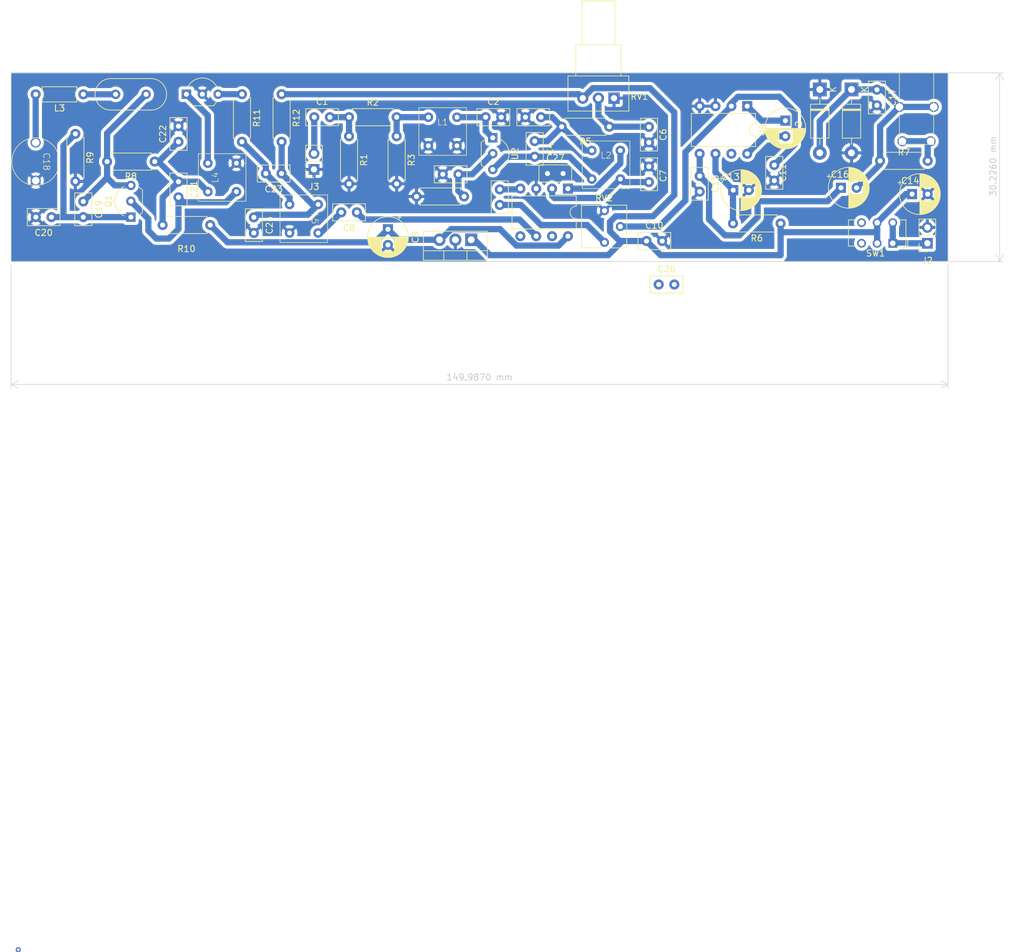
<source format=kicad_pcb>
(kicad_pcb (version 20221018) (generator pcbnew)
  (layers (0 "F.Cu" signal) (31 "B.Cu" signal) (34 "B.Paste" user) (35 "F.Paste" user) (36 "B.SilkS" user "B.Silkscreen") (37 "F.SilkS" user "F.Silkscreen") (38 "B.Mask" user) (39 "F.Mask" user) (44 "Edge.Cuts" user))
  (net 0 "")
  (net 1 "Net-(C1-Pad2)")
  (net 2 "Net-(U2-G)")
  (net 3 "GND")
  (net 4 "Net-(U2-S)")
  (net 5 "Net-(C4-Pad1)")
  (net 6 "Net-(U2-D)")
  (net 7 "Net-(C6-Pad1)")
  (net 8 "Net-(U1-IN_B)")
  (net 9 "Net-(U1-OSC_B)")
  (net 10 "Lo.")
  (net 11 "5v")
  (net 12 "Net-(U4--)")
  (net 13 "Net-(C12-Pad1)")
  (net 14 "Net-(C12-Pad2)")
  (net 15 "Net-(U4-V+)")
  (net 16 "9v")
  (net 17 "Net-(C15-Pad1)")
  (net 18 "Net-(D1-A)")
  (net 19 "Net-(C18-Pad1)")
  (net 20 "Net-(Q1-B)")
  (net 21 "Net-(Q1-E)")
  (net 22 "Net-(C21-Pad1)")
  (net 23 "Net-(Q1-C)")
  (net 24 "Net-(C23-Pad1)")
  (net 25 "Net-(C23-Pad2)")
  (net 26 "Net-(J1-Pad2)")
  (net 27 "Net-(L1-Pad2)")
  (net 28 "Net-(U1-IN_A)")
  (net 29 "Net-(L3-Pad1)")
  (net 30 "Net-(U5-G)")
  (net 31 "Net-(U5-D)")
  (net 32 "AF")
  (net 33 "Net-(U1-OUT_A)")
  (net 36 "Net-(J2-Pin_1)")
  (net 37 "Net-(J3-Pin_2)")
  (net 38 "Net-(U1-OUT_B)")
  (footprint "Capacitor_THT:C_Disc_D5.0mm_W2.5mm_P2.50mm" (layer "F.Cu") (at 133.096 51.542 90)
    (fp_text reference "C7" (at 0.996 2.286 90) (layer "F.SilkS"))
    (fp_text value "0.001u")
    (pad "1" thru_hole circle (at 0 0 90) (size 1.6 1.6) (drill 0.8) (layers "*.Cu" "*.Mask") (net 8 "Net-(U1-IN_B)"))
    (pad "2" thru_hole circle (at 2.5 0 90) (size 1.6 1.6) (drill 0.8) (layers "*.Cu" "*.Mask") (net 3 "GND"))
  )
  (footprint "Capacitor_THT:C_Disc_D5.0mm_W2.5mm_P2.50mm" (layer "F.Cu") (at 79.522 41.148)
    (fp_text reference "C1" (at 1.25 -2.5) (layer "F.SilkS"))
    (fp_text value "0.001u")
    (pad "1" thru_hole circle (at 0 0) (size 1.6 1.6) (drill 0.8) (layers "*.Cu" "*.Mask") (net 37 "Net-(J3-Pin_2)"))
    (pad "2" thru_hole circle (at 2.5 0) (size 1.6 1.6) (drill 0.8) (layers "*.Cu" "*.Mask") (net 1 "Net-(C1-Pad2)"))
  )
  (footprint "Library:FCZ" (layer "F.Cu") (at 63.5 50.8 90)
    (fp_text reference "L4" (at 0 0.175 90 unlocked) (layer "F.SilkS") (effects (font (thickness 0.1))))
    (fp_text value "07S50")
    (pad "1" thru_hole circle (at -2.286 3.556 90) (size 1.524 1.524) (drill 0.762) (layers "*.Cu" "*.Mask") (net 23 "Net-(Q1-C)"))
    (pad "2" thru_hole circle (at -2.286 -1.016 90) (size 1.524 1.524) (drill 0.762) (layers "*.Cu" "*.Mask") (net 22 "Net-(C21-Pad1)"))
    (pad "3" thru_hole circle (at 2.286 3.556 90) (size 1.524 1.524) (drill 0.762) (layers "*.Cu" "*.Mask") (net 3 "GND"))
    (pad "4" thru_hole circle (at 2.286 -1.016 90) (size 1.524 1.524) (drill 0.762) (layers "*.Cu" "*.Mask") (net 30 "Net-(U5-G)"))
  )
  (footprint "Library:FCZ" (layer "F.Cu") (at 79.121 57.404 -90)
    (fp_text reference "L5" (at 0 -0.484 -90 unlocked) (layer "F.SilkS") (effects (font (thickness 0.1))))
    (fp_text value "07S144")
    (pad "1" thru_hole circle (at -2.286 3.556 270) (size 1.524 1.524) (drill 0.762) (layers "*.Cu" "*.Mask") (net 25 "Net-(C23-Pad2)"))
    (pad "2" thru_hole circle (at -2.286 -1.016 270) (size 1.524 1.524) (drill 0.762) (layers "*.Cu" "*.Mask") (net 24 "Net-(C23-Pad1)"))
    (pad "3" thru_hole circle (at 2.286 3.556 270) (size 1.524 1.524) (drill 0.762) (layers "*.Cu" "*.Mask") (net 3 "GND"))
    (pad "4" thru_hole circle (at 2.286 -1.016 270) (size 1.524 1.524) (drill 0.762) (layers "*.Cu" "*.Mask") (net 10 "Lo."))
  )
  (footprint "Library:FCZ" (layer "F.Cu") (at 126.238 47.498)
    (fp_text reference "L2" (at 0 -0.23 unlocked) (layer "F.SilkS") (effects (font (thickness 0.1))))
    (fp_text value "07S144")
    (pad "1" thru_hole circle (at -2.286 3.556) (size 1.524 1.524) (drill 0.762) (layers "*.Cu" "*.Mask") (net 6 "Net-(U2-D)"))
    (pad "2" thru_hole circle (at -2.286 -1.016) (size 1.524 1.524) (drill 0.762) (layers "*.Cu" "*.Mask") (net 5 "Net-(C4-Pad1)"))
    (pad "3" thru_hole circle (at 2.286 3.556) (size 1.524 1.524) (drill 0.762) (layers "*.Cu" "*.Mask") (net 8 "Net-(U1-IN_B)"))
    (pad "4" thru_hole circle (at 2.286 -1.016) (size 1.524 1.524) (drill 0.762) (layers "*.Cu" "*.Mask") (net 28 "Net-(U1-IN_A)"))
  )
  (footprint "Diode_THT:D_DO-41_SOD81_P10.16mm_Horizontal" (layer "F.Cu") (at 160.448621 36.703 -90)
    (fp_text reference "D1" hide)
    (fp_text value "1S1588")
    (fp_text user "K" (at 0 -2.1 -270) (layer "F.SilkS"))
    (pad "1" thru_hole rect (at 0 0 270) (size 2.2 2.2) (drill 1.1) (layers "*.Cu" "*.Mask") (net 3 "GND"))
    (pad "2" thru_hole oval (at 10.16 0 270) (size 2.2 2.2) (drill 1.1) (layers "*.Cu" "*.Mask") (net 18 "Net-(D1-A)"))
  )
  (footprint "Resistor_THT:R_Axial_DIN0207_L6.3mm_D2.5mm_P7.62mm_Horizontal" (layer "F.Cu") (at 170.100621 48.133)
    (fp_text reference "R7" (at 3.81 -1.37) (layer "F.SilkS"))
    (fp_text value "R")
    (pad "1" thru_hole circle (at 0 0) (size 1.6 1.6) (drill 0.8) (layers "*.Cu" "*.Mask") (net 18 "Net-(D1-A)"))
    (pad "2" thru_hole oval (at 7.62 0) (size 1.6 1.6) (drill 0.8) (layers "*.Cu" "*.Mask") (net 26 "Net-(J1-Pad2)"))
  )
  (footprint "Resistor_THT:R_Axial_DIN0207_L6.3mm_D2.5mm_P7.62mm_Horizontal" (layer "F.Cu") (at 126.746 42.672 180)
    (fp_text reference "R5" (at 3.81 -2.37) (layer "F.SilkS"))
    (fp_text value "100")
    (pad "1" thru_hole circle (at 0 0 180) (size 1.6 1.6) (drill 0.8) (layers "*.Cu" "*.Mask") (net 7 "Net-(C6-Pad1)"))
    (pad "2" thru_hole oval (at 7.62 0 180) (size 1.6 1.6) (drill 0.8) (layers "*.Cu" "*.Mask") (net 5 "Net-(C4-Pad1)"))
  )
  (footprint "Resistor_THT:R_Axial_DIN0207_L6.3mm_D2.5mm_P7.62mm_Horizontal" (layer "F.Cu") (at 62.865 58.42 180)
    (fp_text reference "R10" (at 3.81 -3.81) (layer "F.SilkS"))
    (fp_text value "100")
    (pad "1" thru_hole circle (at 0 0 180) (size 1.6 1.6) (drill 0.8) (layers "*.Cu" "*.Mask") (net 11 "5v"))
    (pad "2" thru_hole oval (at 7.62 0 180) (size 1.6 1.6) (drill 0.8) (layers "*.Cu" "*.Mask") (net 22 "Net-(C21-Pad1)"))
  )
  (footprint "Potentiometer_THT:Potentiometer_Alps_RK09Y11_Single_Horizontal" (layer "F.Cu") (at 127.508 38.1 -90)
    (fp_text reference "RV1" (at -0.254 -4.064 -180) (layer "F.SilkS"))
    (fp_text value "5k")
    (pad "1" thru_hole rect (at 0 0 90) (size 1.8 1.8) (drill 1) (layers "*.Cu" "*.Mask") (net 3 "GND"))
    (pad "2" thru_hole circle (at 0 2.5 90) (size 1.8 1.8) (drill 1) (layers "*.Cu" "*.Mask") (net 7 "Net-(C6-Pad1)"))
    (pad "3" thru_hole circle (at 0 5 90) (size 1.8 1.8) (drill 1) (layers "*.Cu" "*.Mask") (net 16 "9v"))
  )
  (footprint "Library:FCZ" (layer "F.Cu") (at 100.076 42.164)
    (fp_text reference "L1" (at 0 -0.23 unlocked) (layer "F.SilkS") (effects (font (thickness 0.1))))
    (fp_text value "07S144")
    (pad "1" thru_hole circle (at -2.286 3.556) (size 1.524 1.524) (drill 0.762) (layers "*.Cu" "*.Mask") (net 3 "GND"))
    (pad "2" thru_hole circle (at -2.286 -1.016) (size 1.524 1.524) (drill 0.762) (layers "*.Cu" "*.Mask") (net 27 "Net-(L1-Pad2)"))
    (pad "3" thru_hole circle (at 2.286 3.556) (size 1.524 1.524) (drill 0.762) (layers "*.Cu" "*.Mask") (net 3 "GND"))
    (pad "4" thru_hole circle (at 2.286 -1.016) (size 1.524 1.524) (drill 0.762) (layers "*.Cu" "*.Mask") (net 2 "Net-(U2-G)"))
  )
  (footprint "Connector_PinSocket_2.54mm:PinSocket_1x02_P2.54mm_Vertical" (layer "F.Cu") (at 79.477 49.51 180)
    (fp_text reference "J3" (at 0 -2.77) (layer "F.SilkS"))
    (fp_text value "Conn_01x02_Socket" hide)
    (pad "1" thru_hole rect (at 0 0 180) (size 1.7 1.7) (drill 1) (layers "*.Cu" "*.Mask") (net 3 "GND"))
    (pad "2" thru_hole oval (at 0 2.54 180) (size 1.7 1.7) (drill 1) (layers "*.Cu" "*.Mask") (net 37 "Net-(J3-Pin_2)"))
  )
  (footprint "Capacitor_THT:CP_Radial_D6.3mm_P2.50mm" (layer "F.Cu") (at 91.313 59.095 -90)
    (fp_text reference "C9" (at 1.25 -4.4 -90) (layer "F.SilkS"))
    (fp_text value "47u")
    (pad "1" thru_hole rect (at 0 0 270) (size 1.6 1.6) (drill 0.8) (layers "*.Cu" "*.Mask") (net 11 "5v"))
    (pad "2" thru_hole circle (at 2.5 0 270) (size 1.6 1.6) (drill 0.8) (layers "*.Cu" "*.Mask") (net 3 "GND"))
  )
  (footprint "Package_TO_SOT_THT:TO-92_Inline_Wide" (layer "F.Cu") (at 59.055 37.465)
    (fp_text reference "U5" hide)
    (fp_text value "2SK439")
    (pad "1" thru_hole rect (at 0 0) (size 1.5 1.5) (drill 0.8) (layers "*.Cu" "*.Mask") (net 30 "Net-(U5-G)"))
    (pad "2" thru_hole circle (at 2.54 0) (size 1.5 1.5) (drill 0.8) (layers "*.Cu" "*.Mask") (net 3 "GND"))
    (pad "3" thru_hole circle (at 5.08 0) (size 1.5 1.5) (drill 0.8) (layers "*.Cu" "*.Mask") (net 31 "Net-(U5-D)"))
  )
  (footprint "Resistor_THT:R_Axial_DIN0207_L6.3mm_D2.5mm_P7.62mm_Horizontal" (layer "F.Cu") (at 67.945 37.465 -90)
    (fp_text reference "R11" (at 3.81 -2.37 90) (layer "F.SilkS"))
    (fp_text value "100")
    (pad "1" thru_hole circle (at 0 0 270) (size 1.6 1.6) (drill 0.8) (layers "*.Cu" "*.Mask") (net 31 "Net-(U5-D)"))
    (pad "2" thru_hole oval (at 7.62 0 270) (size 1.6 1.6) (drill 0.8) (layers "*.Cu" "*.Mask") (net 25 "Net-(C23-Pad2)"))
  )
  (footprint "Package_TO_SOT_THT:TO-92_Inline_Wide" (layer "F.Cu") (at 108.098 44.45 -90)
    (fp_text reference "U2" (at 2.54 -3.56 -90) (layer "F.SilkS"))
    (fp_text value "2SK439")
    (pad "1" thru_hole rect (at 0 0 270) (size 1.5 1.5) (drill 0.8) (layers "*.Cu" "*.Mask") (net 2 "Net-(U2-G)"))
    (pad "2" thru_hole circle (at 2.54 0 270) (size 1.5 1.5) (drill 0.8) (layers "*.Cu" "*.Mask") (net 4 "Net-(U2-S)"))
    (pad "3" thru_hole circle (at 5.08 0 270) (size 1.5 1.5) (drill 0.8) (layers "*.Cu" "*.Mask") (net 6 "Net-(U2-D)"))
  )
  (footprint "Resistor_THT:R_Axial_DIN0207_L6.3mm_D2.5mm_P7.62mm_Horizontal" (layer "F.Cu") (at 92.71 44.196 -90)
    (fp_text reference "R3" (at 3.81 -2.37 90) (layer "F.SilkS"))
    (fp_text value "300")
    (pad "1" thru_hole circle (at 0 0 270) (size 1.6 1.6) (drill 0.8) (layers "*.Cu" "*.Mask") (net 27 "Net-(L1-Pad2)"))
    (pad "2" thru_hole oval (at 7.62 0 270) (size 1.6 1.6) (drill 0.8) (layers "*.Cu" "*.Mask") (net 3 "GND"))
  )
  (footprint "Capacitor_THT:C_Disc_D5.0mm_W2.5mm_P2.50mm" (layer "F.Cu") (at 133.096 42.692 -90)
    (fp_text reference "C6" (at 1.25 -2.286 90) (layer "F.SilkS"))
    (fp_text value "0.001u")
    (pad "1" thru_hole circle (at 0 0 270) (size 1.6 1.6) (drill 0.8) (layers "*.Cu" "*.Mask") (net 7 "Net-(C6-Pad1)"))
    (pad "2" thru_hole circle (at 2.5 0 270) (size 1.6 1.6) (drill 0.8) (layers "*.Cu" "*.Mask") (net 3 "GND"))
  )
  (footprint "Capacitor_THT:CP_Radial_D6.3mm_P2.50mm" (layer "F.Cu") (at 154.94 41.696 -90)
    (fp_text reference "C12" (at 1.49 -2.131 90) (layer "F.SilkS"))
    (fp_text value "10u")
    (pad "1" thru_hole rect (at 0 0 270) (size 1.6 1.6) (drill 0.8) (layers "*.Cu" "*.Mask") (net 13 "Net-(C12-Pad1)"))
    (pad "2" thru_hole circle (at 2.5 0 270) (size 1.6 1.6) (drill 0.8) (layers "*.Cu" "*.Mask") (net 14 "Net-(C12-Pad2)"))
  )
  (footprint "Capacitor_THT:CP_Radial_D6.3mm_P2.50mm" (layer "F.Cu") (at 146.598 52.832)
    (fp_text reference "C13" (at -0.421 -2.131) (layer "F.SilkS"))
    (fp_text value "100u")
    (pad "1" thru_hole rect (at 0 0) (size 1.6 1.6) (drill 0.8) (layers "*.Cu" "*.Mask") (net 15 "Net-(U4-V+)"))
    (pad "2" thru_hole circle (at 2.5 0) (size 1.6 1.6) (drill 0.8) (layers "*.Cu" "*.Mask") (net 3 "GND"))
  )
  (footprint "Resistor_THT:R_Axial_DIN0207_L6.3mm_D2.5mm_P7.62mm_Horizontal" (layer "F.Cu") (at 74.295 37.465 -90)
    (fp_text reference "R12" (at 3.81 -2.37 90) (layer "F.SilkS"))
    (fp_text value "100")
    (pad "1" thru_hole circle (at 0 0 270) (size 1.6 1.6) (drill 0.8) (layers "*.Cu" "*.Mask") (net 16 "9v"))
    (pad "2" thru_hole oval (at 7.62 0 270) (size 1.6 1.6) (drill 0.8) (layers "*.Cu" "*.Mask") (net 24 "Net-(C23-Pad1)"))
  )
  (footprint "Inductor_THT:L_Axial_L5.3mm_D2.2mm_P7.62mm_Horizontal_Vishay_IM-1" (layer "F.Cu") (at 42.545 37.485 180)
    (fp_text reference "L3" (at 3.81 -2.22) (layer "F.SilkS"))
    (fp_text value "10uH")
    (pad "1" thru_hole circle (at 0 0 180) (size 1.6 1.6) (drill 0.8) (layers "*.Cu" "*.Mask") (net 29 "Net-(L3-Pad1)"))
    (pad "2" thru_hole oval (at 7.62 0 180) (size 1.6 1.6) (drill 0.8) (layers "*.Cu" "*.Mask") (net 19 "Net-(C18-Pad1)"))
  )
  (footprint "Capacitor_THT:CP_Radial_D6.3mm_P2.50mm" (layer "F.Cu") (at 175.220621 53.467)
    (fp_text reference "C14" (at -0.294 -2.131) (layer "F.SilkS"))
    (fp_text value "470u")
    (pad "1" thru_hole rect (at 0 0) (size 1.6 1.6) (drill 0.8) (layers "*.Cu" "*.Mask") (net 16 "9v"))
    (pad "2" thru_hole circle (at 2.5 0) (size 1.6 1.6) (drill 0.8) (layers "*.Cu" "*.Mask") (net 3 "GND"))
  )
  (footprint "Package_TO_SOT_THT:TO-92_Inline_Wide" (layer "F.Cu") (at 50.165 57.15 90)
    (fp_text reference "Q1" (at 2.54 -3.56 90) (layer "F.SilkS"))
    (fp_text value "2SC1906")
    (pad "1" thru_hole rect (at 0 0 90) (size 1.5 1.5) (drill 0.8) (layers "*.Cu" "*.Mask") (net 21 "Net-(Q1-E)"))
    (pad "2" thru_hole circle (at 2.54 0 90) (size 1.5 1.5) (drill 0.8) (layers "*.Cu" "*.Mask") (net 23 "Net-(Q1-C)"))
    (pad "3" thru_hole circle (at 5.08 0 90) (size 1.5 1.5) (drill 0.8) (layers "*.Cu" "*.Mask") (net 20 "Net-(Q1-B)"))
  )
  (footprint "Capacitor_THT:C_Disc_D5.0mm_W2.5mm_P2.50mm" (layer "F.Cu") (at 132.715 60.98)
    (fp_text reference "C10" (at 1.25 -2.5) (layer "F.SilkS"))
    (fp_text value "0.1u")
    (pad "1" thru_hole circle (at 0 0) (size 1.6 1.6) (drill 0.8) (layers "*.Cu" "*.Mask") (net 16 "9v"))
    (pad "2" thru_hole circle (at 2.5 0) (size 1.6 1.6) (drill 0.8) (layers "*.Cu" "*.Mask") (net 3 "GND"))
  )
  (footprint "Resistor_THT:R_Axial_DIN0207_L6.3mm_D2.5mm_P7.62mm_Horizontal" (layer "F.Cu") (at 85.09 44.196 -90)
    (fp_text reference "R1" (at 3.81 -2.37 90) (layer "F.SilkS"))
    (fp_text value "300")
    (pad "1" thru_hole circle (at 0 0 270) (size 1.6 1.6) (drill 0.8) (layers "*.Cu" "*.Mask") (net 1 "Net-(C1-Pad2)"))
    (pad "2" thru_hole oval (at 7.62 0 270) (size 1.6 1.6) (drill 0.8) (layers "*.Cu" "*.Mask") (net 3 "GND"))
  )
  (footprint "Library:2.5jack" (layer "F.Cu") (at 175.688621 39.751)
    (fp_text reference "J1" hide)
    (fp_text value "Jack-DC")
    (pad "1" thru_hole circle (at -2.5 -0.25) (size 1.6 1.6) (drill 1.2) (layers "*.Cu" "*.Mask") (net 18 "Net-(D1-A)"))
    (pad "1" thru_hole circle (at 3 -0.25) (size 1.6 1.6) (drill 1.2) (layers "*.Cu" "*.Mask") (net 18 "Net-(D1-A)"))
    (pad "2" thru_hole circle (at -2 5.25) (size 1.6 1.6) (drill 1.2) (layers "*.Cu" "*.Mask") (net 26 "Net-(J1-Pad2)"))
    (pad "2" thru_hole circle (at 2.5 5.25) (size 1.6 1.6) (drill 1.2) (layers "*.Cu" "*.Mask") (net 26 "Net-(J1-Pad2)"))
  )
  (footprint "Resistor_THT:R_Axial_DIN0207_L6.3mm_D2.5mm_P7.62mm_Horizontal" (layer "F.Cu") (at 85.09 41.148)
    (fp_text reference "R2" (at 3.81 -2.37) (layer "F.SilkS"))
    (fp_text value "18")
    (pad "1" thru_hole circle (at 0 0) (size 1.6 1.6) (drill 0.8) (layers "*.Cu" "*.Mask") (net 1 "Net-(C1-Pad2)"))
    (pad "2" thru_hole oval (at 7.62 0) (size 1.6 1.6) (drill 0.8) (layers "*.Cu" "*.Mask") (net 27 "Net-(L1-Pad2)"))
  )
  (footprint "Package_DIP:DIP-8_W7.62mm" (layer "F.Cu") (at 148.834 39.38 -90)
    (fp_text reference "U4" (at 3.81 -2.33 90) (layer "F.SilkS"))
    (fp_text value "LM386")
    (pad "1" thru_hole rect (at 0 0 270) (size 1.6 1.6) (drill 0.8) (layers "*.Cu" "*.Mask") (net 13 "Net-(C12-Pad1)"))
    (pad "2" thru_hole oval (at 0 2.54 270) (size 1.6 1.6) (drill 0.8) (layers "*.Cu" "*.Mask") (net 12 "Net-(U4--)"))
    (pad "3" thru_hole oval (at 0 5.08 270) (size 1.6 1.6) (drill 0.8) (layers "*.Cu" "*.Mask") (net 3 "GND"))
    (pad "4" thru_hole oval (at 0 7.62 270) (size 1.6 1.6) (drill 0.8) (layers "*.Cu" "*.Mask") (net 3 "GND"))
    (pad "5" thru_hole oval (at 7.62 7.62 270) (size 1.6 1.6) (drill 0.8) (layers "*.Cu" "*.Mask") (net 17 "Net-(C15-Pad1)"))
    (pad "6" thru_hole oval (at 7.62 5.08 270) (size 1.6 1.6) (drill 0.8) (layers "*.Cu" "*.Mask") (net 15 "Net-(U4-V+)"))
    (pad "7" thru_hole oval (at 7.62 2.54 270) (size 1.6 1.6) (drill 0.8) (layers "*.Cu" "*.Mask"))
    (pad "8" thru_hole oval (at 7.62 0 270) (size 1.6 1.6) (drill 0.8) (layers "*.Cu" "*.Mask") (net 14 "Net-(C12-Pad2)"))
  )
  (footprint "Capacitor_THT:C_Disc_D5.0mm_W2.5mm_P2.50mm" (layer "F.Cu") (at 116.86 50.165)
    (fp_text reference "C27" (at 1.25 -2.5) (layer "F.SilkS"))
    (fp_text value "0.047u")
    (pad "1" thru_hole circle (at 0 0) (size 1.6 1.6) (drill 0.8) (layers "*.Cu" "*.Mask") (net 32 "AF"))
    (pad "2" thru_hole circle (at 2.5 0) (size 1.6 1.6) (drill 0.8) (layers "*.Cu" "*.Mask") (net 3 "GND"))
  )
  (footprint "Capacitor_THT:C_Disc_D5.0mm_W2.5mm_P2.50mm" (layer "F.Cu") (at 153.162 48.808 -90)
    (fp_text reference "C11" (at 1.25 -1.37 90) (layer "F.SilkS"))
    (fp_text value "0.01u")
    (pad "1" thru_hole circle (at 0 0 270) (size 1.6 1.6) (drill 0.8) (layers "*.Cu" "*.Mask") (net 12 "Net-(U4--)"))
    (pad "2" thru_hole circle (at 2.5 0 270) (size 1.6 1.6) (drill 0.8) (layers "*.Cu" "*.Mask") (net 3 "GND"))
  )
  (footprint "Diode_THT:D_DO-41_SOD81_P10.16mm_Horizontal" (layer "F.Cu") (at 165.528621 36.703 -90)
    (fp_text reference "D2" hide)
    (fp_text value "1S1588")
    (fp_text user "K" (at 0 -2.1 -270) (layer "F.SilkS"))
    (pad "1" thru_hole rect (at 0 0 270) (size 2.2 2.2) (drill 1.1) (layers "*.Cu" "*.Mask") (net 18 "Net-(D1-A)"))
    (pad "2" thru_hole oval (at 10.16 0 270) (size 2.2 2.2) (drill 1.1) (layers "*.Cu" "*.Mask") (net 3 "GND"))
  )
  (footprint "Crystal:Crystal_HC49-4H_Vertical" (layer "F.Cu") (at 47.715 37.485)
    (fp_text reference "Y1" hide)
    (fp_text value "16MHz")
    (pad "1" thru_hole circle (at 0 0) (size 1.5 1.5) (drill 0.8) (layers "*.Cu" "*.Mask") (net 29 "Net-(L3-Pad1)"))
    (pad "2" thru_hole circle (at 4.88 0) (size 1.5 1.5) (drill 0.8) (layers "*.Cu" "*.Mask") (net 20 "Net-(Q1-B)"))
  )
  (footprint "Button_Switch_THT:SW_CuK_JS202011CQN_DPDT_Straight" (layer "F.Cu") (at 172.132621 61.341 180)
    (fp_text reference "SW1" (at 2.75 -1.6) (layer "F.SilkS"))
    (fp_text value "SW_SPST" hide)
    (pad "" thru_hole circle (at 5 0 180) (size 1.4 1.4) (drill 0.9) (layers "*.Cu" "*.Mask"))
    (pad "" thru_hole circle (at 5 3.3 180) (size 1.4 1.4) (drill 0.9) (layers "*.Cu" "*.Mask"))
    (pad "1" thru_hole rect (at 0 0 180) (size 1.4 1.4) (drill 0.9) (layers "*.Cu" "*.Mask") (net 36 "Net-(J2-Pin_1)"))
    (pad "1" thru_hole circle (at 0 3.3 180) (size 1.4 1.4) (drill 0.9) (layers "*.Cu" "*.Mask") (net 36 "Net-(J2-Pin_1)"))
    (pad "2" thru_hole circle (at 2.5 0 180) (size 1.4 1.4) (drill 0.9) (layers "*.Cu" "*.Mask") (net 16 "9v"))
    (pad "2" thru_hole circle (at 2.5 3.3 180) (size 1.4 1.4) (drill 0.9) (layers "*.Cu" "*.Mask") (net 16 "9v"))
  )
  (footprint "Resistor_THT:R_Axial_DIN0207_L6.3mm_D2.5mm_P7.62mm_Horizontal" (layer "F.Cu") (at 154.178 58.166 180)
    (fp_text reference "R6" (at 3.81 -2.37) (layer "F.SilkS"))
    (fp_text value "100" hide)
    (pad "1" thru_hole circle (at 0 0 180) (size 1.6 1.6) (drill 0.8) (layers "*.Cu" "*.Mask") (net 16 "9v"))
    (pad "2" thru_hole oval (at 7.62 0 180) (size 1.6 1.6) (drill 0.8) (layers "*.Cu" "*.Mask") (net 15 "Net-(U4-V+)"))
  )
  (footprint "Capacitor_THT:C_Disc_D5.0mm_W2.5mm_P2.50mm" (layer "F.Cu") (at 134.66 67.945)
    (fp_text reference "C26" (at 1.25 -2.5) (layer "F.SilkS"))
    (fp_text value "0.1u")
    (pad "1" thru_hole circle (at 0 0) (size 1.6 1.6) (drill 0.8) (layers "*.Cu" "*.Mask") (net 38 "Net-(U1-OUT_B)"))
    (pad "2" thru_hole circle (at 2.5 0) (size 1.6 1.6) (drill 0.8) (layers "*.Cu" "*.Mask") (net 3 "GND"))
  )
  (footprint "Package_TO_SOT_THT:TO-220-3_Vertical" (layer "F.Cu") (at 104.648 60.777 180)
    (fp_text reference "U3" hide)
    (fp_text value "L7805")
    (pad "1" thru_hole rect (at 0 0 180) (size 1.905 2) (drill 1.1) (layers "*.Cu" "*.Mask") (net 16 "9v"))
    (pad "2" thru_hole oval (at 2.54 0 180) (size 1.905 2) (drill 1.1) (layers "*.Cu" "*.Mask") (net 3 "GND"))
    (pad "3" thru_hole oval (at 5.08 0 180) (size 1.905 2) (drill 1.1) (layers "*.Cu" "*.Mask") (net 11 "5v"))
  )
  (footprint "Capacitor_THT:C_Disc_D5.0mm_W2.5mm_P2.50mm" (layer "F.Cu") (at 102.596 50.292 180)
    (fp_text reference "C3" hide)
    (fp_text value "0.001u")
    (pad "1" thru_hole circle (at 0 0 180) (size 1.6 1.6) (drill 0.8) (layers "*.Cu" "*.Mask") (net 4 "Net-(U2-S)"))
    (pad "2" thru_hole circle (at 2.5 0 180) (size 1.6 1.6) (drill 0.8) (layers "*.Cu" "*.Mask") (net 3 "GND"))
  )
  (footprint "Capacitor_THT:C_Disc_D5.0mm_W2.5mm_P2.50mm" (layer "F.Cu") (at 57.785 51.475 -90)
    (fp_text reference "C21" (at 1.25 -2.5 90) (layer "F.SilkS"))
    (fp_text value "15u")
    (pad "1" thru_hole circle (at 0 0 270) (size 1.6 1.6) (drill 0.8) (layers "*.Cu" "*.Mask") (net 22 "Net-(C21-Pad1)"))
    (pad "2" thru_hole circle (at 2.5 0 270) (size 1.6 1.6) (drill 0.8) (layers "*.Cu" "*.Mask") (net 23 "Net-(Q1-C)"))
  )
  (footprint "Capacitor_THT:C_Disc_D5.0mm_W2.5mm_P2.50mm" (layer "F.Cu") (at 57.785 45.085 90)
    (fp_text reference "C22" (at 1.25 -2.5 90) (layer "F.SilkS"))
    (fp_text value "0.01u")
    (pad "1" thru_hole circle (at 0 0 90) (size 1.6 1.6) (drill 0.8) (layers "*.Cu" "*.Mask") (net 22 "Net-(C21-Pad1)"))
    (pad "2" thru_hole circle (at 2.5 0 90) (size 1.6 1.6) (drill 0.8) (layers "*.Cu" "*.Mask") (net 3 "GND"))
  )
  (footprint "Potentiometer_THT:Potentiometer_Vishay_T73YP_Vertical" (layer "F.Cu") (at 125.984 61.199)
    (fp_text reference "RV2" (at -0.06 -7.09) (layer "F.SilkS"))
    (fp_text value "10k")
    (pad "1" thru_hole circle (at 0 0) (size 1.44 1.44) (drill 0.8) (layers "*.Cu" "*.Mask") (net 32 "AF"))
    (pad "2" thru_hole circle (at 2.54 -2.54) (size 1.44 1.44) (drill 0.8) (layers "*.Cu" "*.Mask") (net 12 "Net-(U4--)"))
    (pad "3" thru_hole circle (at 0 -5.08) (size 1.44 1.44) (drill 0.8) (layers "*.Cu" "*.Mask") (net 3 "GND"))
  )
  (footprint "Capacitor_THT:C_Disc_D5.0mm_W2.5mm_P2.50mm" (layer "F.Cu") (at 109.22 52.705 -90)
    (fp_text reference "C25" hide)
    (fp_text value "0.1u")
    (pad "1" thru_hole circle (at 0 0 270) (size 1.6 1.6) (drill 0.8) (layers "*.Cu" "*.Mask") (net 33 "Net-(U1-OUT_A)"))
    (pad "2" thru_hole circle (at 2.5 0 270) (size 1.6 1.6) (drill 0.8) (layers "*.Cu" "*.Mask") (net 32 "AF"))
  )
  (footprint "Capacitor_THT:C_Disc_D5.0mm_W2.5mm_P2.50mm" (layer "F.Cu") (at 113.324 41.148)
    (fp_text reference "C5" hide)
    (fp_text value "0.001u")
    (pad "1" thru_hole circle (at 0 0) (size 1.6 1.6) (drill 0.8) (layers "*.Cu" "*.Mask") (net 3 "GND"))
    (pad "2" thru_hole circle (at 2.5 0) (size 1.6 1.6) (drill 0.8) (layers "*.Cu" "*.Mask") (net 5 "Net-(C4-Pad1)"))
  )
  (footprint "Capacitor_THT:C_Disc_D5.0mm_W2.5mm_P2.50mm" (layer "F.Cu") (at 42.545 54.65 -90)
    (fp_text reference "C19" (at 1.25 -2.5 90) (layer "F.SilkS"))
    (fp_text value "100u")
    (pad "1" thru_hole circle (at 0 0 270) (size 1.6 1.6) (drill 0.8) (layers "*.Cu" "*.Mask") (net 20 "Net-(Q1-B)"))
    (pad "2" thru_hole circle (at 2.5 0 270) (size 1.6 1.6) (drill 0.8) (layers "*.Cu" "*.Mask") (net 21 "Net-(Q1-E)"))
  )
  (footprint "Capacitor_THT:C_Disc_D5.0mm_W2.5mm_P2.50mm" (layer "F.Cu") (at 114.808 44.978 -90)
    (fp_text reference "C4" (at 1.25 -2.5 -270) (layer "F.SilkS"))
    (fp_text value "5")
    (pad "1" thru_hole circle (at 0 0 270) (size 1.6 1.6) (drill 0.8) (layers "*.Cu" "*.Mask") (net 5 "Net-(C4-Pad1)"))
    (pad "2" thru_hole circle (at 2.5 0 270) (size 1.6 1.6) (drill 0.8) (layers "*.Cu" "*.Mask") (net 6 "Net-(U2-D)"))
  )
  (footprint "Connector_PinSocket_2.54mm:PinSocket_1x02_P2.54mm_Vertical" (layer "F.Cu") (at 177.673 61.341 180)
    (fp_text reference "J2" (at 0 -2.77) (layer "F.SilkS"))
    (fp_text value "Conn_01x02_Socket" hide)
    (pad "1" thru_hole rect (at 0 0 180) (size 1.7 1.7) (drill 1) (layers "*.Cu" "*.Mask") (net 36 "Net-(J2-Pin_1)"))
    (pad "2" thru_hole oval (at 0 2.54 180) (size 1.7 1.7) (drill 1) (layers "*.Cu" "*.Mask") (net 3 "GND"))
  )
  (footprint "Capacitor_THT:C_Disc_D5.0mm_W2.5mm_P2.50mm" (layer "F.Cu") (at 106.954 41.148)
    (fp_text reference "C2" (at 1.25 -2.5) (layer "F.SilkS"))
    (fp_text value "3u")
    (pad "1" thru_hole circle (at 0 0) (size 1.6 1.6) (drill 0.8) (layers "*.Cu" "*.Mask") (net 2 "Net-(U2-G)"))
    (pad "2" thru_hole circle (at 2.5 0) (size 1.6 1.6) (drill 0.8) (layers "*.Cu" "*.Mask") (net 3 "GND"))
  )
  (footprint "Capacitor_THT:CP_Radial_D6.3mm_P2.50mm" (layer "F.Cu") (at 163.838242 52.451)
    (fp_text reference "C16" (at -0.167 -2.131) (layer "F.SilkS"))
    (fp_text value "100u")
    (pad "1" thru_hole rect (at 0 0) (size 1.6 1.6) (drill 0.8) (layers "*.Cu" "*.Mask") (net 17 "Net-(C15-Pad1)"))
    (pad "2" thru_hole circle (at 2.5 0) (size 1.6 1.6) (drill 0.8) (layers "*.Cu" "*.Mask") (net 18 "Net-(D1-A)"))
  )
  (footprint "Capacitor_THT:C_Disc_D5.0mm_W2.5mm_P2.50mm" (layer "F.Cu") (at 74.275 50.165 180)
    (fp_text reference "C23" (at 1.25 -2.5) (layer "F.SilkS"))
    (fp_text value "5u")
    (pad "1" thru_hole circle (at 0 0 180) (size 1.6 1.6) (drill 0.8) (layers "*.Cu" "*.Mask") (net 24 "Net-(C23-Pad1)"))
    (pad "2" thru_hole circle (at 2.5 0 180) (size 1.6 1.6) (drill 0.8) (layers "*.Cu" "*.Mask") (net 25 "Net-(C23-Pad2)"))
  )
  (footprint "Resistor_THT:R_Axial_DIN0207_L6.3mm_D2.5mm_P7.62mm_Horizontal" (layer "F.Cu") (at 41.275 43.815 -90)
    (fp_text reference "R9" (at 3.81 -2.37 90) (layer "F.SilkS"))
    (fp_text value "1k")
    (pad "1" thru_hole circle (at 0 0 270) (size 1.6 1.6) (drill 0.8) (layers "*.Cu" "*.Mask") (net 21 "Net-(Q1-E)"))
    (pad "2" thru_hole oval (at 7.62 0 270) (size 1.6 1.6) (drill 0.8) (layers "*.Cu" "*.Mask") (net 3 "GND"))
  )
  (footprint "Package_DIP:DIP-8_W7.62mm" (layer "F.Cu") (at 120.132 52.588 -90)
    (fp_text reference "U1" hide)
    (fp_text value "NE612")
    (pad "1" thru_hole rect (at 0 0 270) (size 1.6 1.6) (drill 0.8) (layers "*.Cu" "*.Mask") (net 28 "Net-(U1-IN_A)"))
    (pad "2" thru_hole oval (at 0 2.54 270) (size 1.6 1.6) (drill 0.8) (layers "*.Cu" "*.Mask") (net 8 "Net-(U1-IN_B)"))
    (pad "3" thru_hole oval (at 0 5.08 270) (size 1.6 1.6) (drill 0.8) (layers "*.Cu" "*.Mask") (net 3 "GND"))
    (pad "4" thru_hole oval (at 0 7.62 270) (size 1.6 1.6) (drill 0.8) (layers "*.Cu" "*.Mask") (net 33 "Net-(U1-OUT_A)"))
    (pad "5" thru_hole oval (at 7.62 7.62 270) (size 1.6 1.6) (drill 0.8) (layers "*.Cu" "*.Mask") (net 38 "Net-(U1-OUT_B)"))
    (pad "6" thru_hole oval (at 7.62 5.08 270) (size 1.6 1.6) (drill 0.8) (layers "*.Cu" "*.Mask") (net 9 "Net-(U1-OSC_B)"))
    (pad "7" thru_hole oval (at 7.62 2.54 270) (size 1.6 1.6) (drill 0.8) (layers "*.Cu" "*.Mask"))
    (pad "8" thru_hole oval (at 7.62 0 270) (size 1.6 1.6) (drill 0.8) (layers "*.Cu" "*.Mask") (net 11 "5v"))
  )
  (footprint "Resistor_THT:R_Axial_DIN0207_L6.3mm_D2.5mm_P7.62mm_Horizontal" (layer "F.Cu") (at 103.505 53.848 180)
    (fp_text reference "R4" hide)
    (fp_text value "100")
    (pad "1" thru_hole circle (at 0 0 180) (size 1.6 1.6) (drill 0.8) (layers "*.Cu" "*.Mask") (net 4 "Net-(U2-S)"))
    (pad "2" thru_hole oval (at 7.62 0 180) (size 1.6 1.6) (drill 0.8) (layers "*.Cu" "*.Mask") (net 3 "GND"))
  )
  (footprint "Capacitor_THT:C_Disc_D5.0mm_W2.5mm_P2.50mm" (layer "F.Cu") (at 37.445 57.15 180)
    (fp_text reference "C20" (at 1.25 -2.5) (layer "F.SilkS"))
    (fp_text value "150u")
    (pad "1" thru_hole circle (at 0 0 180) (size 1.6 1.6) (drill 0.8) (layers "*.Cu" "*.Mask") (net 21 "Net-(Q1-E)"))
    (pad "2" thru_hole circle (at 2.5 0 180) (size 1.6 1.6) (drill 0.8) (layers "*.Cu" "*.Mask") (net 3 "GND"))
  )
  (footprint "Capacitor_THT:C_Disc_D5.0mm_W2.5mm_P2.50mm" (layer "F.Cu") (at 141.224 50.566 -90)
    (fp_text reference "C15" (at 1.25 -2.5 -270) (layer "F.SilkS"))
    (fp_text value "0.1u")
    (pad "1" thru_hole circle (at 0 0 270) (size 1.6 1.6) (drill 0.8) (layers "*.Cu" "*.Mask") (net 17 "Net-(C15-Pad1)"))
    (pad "2" thru_hole circle (at 2.5 0 270) (size 1.6 1.6) (drill 0.8) (layers "*.Cu" "*.Mask") (net 3 "GND"))
  )
  (footprint "Capacitor_THT:C_Disc_D5.0mm_W2.5mm_P2.50mm" (layer "F.Cu") (at 69.85 57.19 -90)
    (fp_text reference "C24" (at 1.25 -2.5 90) (layer "F.SilkS"))
    (fp_text value "0.001u")
    (pad "1" thru_hole circle (at 0 0 270) (size 1.6 1.6) (drill 0.8) (layers "*.Cu" "*.Mask") (net 24 "Net-(C23-Pad1)"))
    (pad "2" thru_hole circle (at 2.5 0 270) (size 1.6 1.6) (drill 0.8) (layers "*.Cu" "*.Mask") (net 3 "GND"))
  )
  (footprint "Capacitor_THT:C_Disc_D5.0mm_W2.5mm_P2.50mm" (layer "F.Cu") (at 169.592621 36.743 -90)
    (fp_text reference "C17" (at 1.25 -2.5 -270) (layer "F.SilkS"))
    (fp_text value "0.001u")
    (pad "1" thru_hole circle (at 0 0 270) (size 1.6 1.6) (drill 0.8) (layers "*.Cu" "*.Mask") (net 18 "Net-(D1-A)"))
    (pad "2" thru_hole circle (at 2.5 0 270) (size 1.6 1.6) (drill 0.8) (layers "*.Cu" "*.Mask") (net 3 "GND"))
  )
  (footprint "Capacitor_THT:C_Disc_D5.0mm_W2.5mm_P2.50mm" (layer "F.Cu") (at 86.34 56.388 180)
    (fp_text reference "C8" (at 1.25 -2.5) (layer "F.SilkS"))
    (fp_text value "0.001u")
    (pad "1" thru_hole circle (at 0 0 180) (size 1.6 1.6) (drill 0.8) (layers "*.Cu" "*.Mask") (net 9 "Net-(U1-OSC_B)"))
    (pad "2" thru_hole circle (at 2.5 0 180) (size 1.6 1.6) (drill 0.8) (layers "*.Cu" "*.Mask") (net 10 "Lo."))
  )
  (footprint "Library:c_trim" (layer "F.Cu") (at 34.925 48.26 -90)
    (fp_text reference "C18" (at 0 -1.73 -90 unlocked) (layer "F.SilkS") (effects (font (thickness 0.1))))
    (fp_text value "30p")
    (pad "1" thru_hole circle (at -3.048 0 270) (size 1.6 1.6) (drill 1.2) (layers "*.Cu" "*.Mask") (net 19 "Net-(C18-Pad1)"))
    (pad "2" thru_hole circle (at 3.048 0 270) (size 1.6 1.6) (drill 1.2) (layers "*.Cu" "*.Mask") (net 3 "GND"))
  )
  (footprint "Resistor_THT:R_Axial_DIN0207_L6.3mm_D2.5mm_P7.62mm_Horizontal" (layer "F.Cu") (at 53.975 48.26 180)
    (fp_text reference "R8" (at 3.81 -2.37) (layer "F.SilkS"))
    (fp_text value "100k")
    (pad "1" thru_hole circle (at 0 0 180) (size 1.6 1.6) (drill 0.8) (layers "*.Cu" "*.Mask") (net 22 "Net-(C21-Pad1)"))
    (pad "2" thru_hole oval (at 7.62 0 180) (size 1.6 1.6) (drill 0.8) (layers "*.Cu" "*.Mask") (net 20 "Net-(Q1-B)"))
  )
  (gr_rect (start 30.988 34.036) (end 180.975 64.262) (stroke (width 0.1)) (fill none) (layer "Edge.Cuts"))
  (dimension (type aligned) (layer "Edge.Cuts") (pts (xy 180.975 64.262) (xy 30.988 64.262)) (height -19.685) (gr_text "149.9870 mm" (at 105.9815 82.797) (layer "Edge.Cuts") (effects (font (size 1 1) (thickness 0.15)))) (format (prefix "") (suffix "") (units 3) (units_format 1) (precision 4)) (style (thickness 0.1) (arrow_length 1.27) (text_position_mode 0) (extension_height 0.58642) (extension_offset 0.5) keep_text_aligned))
  (dimension (type aligned) (layer "Edge.Cuts") (pts (xy 176.53 34.036) (xy 176.53 64.262)) (height -12.7) (gr_text "30.2260 mm" (at 188.214 49.022 90) (layer "Edge.Cuts") (effects (font (size 1 1) (thickness 0.15)))) (format (prefix "") (suffix "") (units 3) (units_format 1) (precision 4)) (style (thickness 0.1) (arrow_length 1.27) (text_position_mode 2) (extension_height 0.58642) (extension_offset 0.5) keep_text_aligned))
  (via (at 32.131 174.498) (size 0.8) (drill 0.4) (layers "F.Cu" "B.Cu") (net 0))
  (segment (start 82.022 41.148) (end 85.09 41.148) (width 1) (layer "B.Cu") (net 1))
  (segment (start 85.09 41.148) (end 85.09 44.196) (width 1) (layer "B.Cu") (net 1))
  (segment (start 106.954 43.306) (end 108.098 44.45) (width 1) (layer "B.Cu") (net 2))
  (segment (start 106.954 41.148) (end 106.954 43.306) (width 1) (layer "B.Cu") (net 2))
  (segment (start 102.362 41.148) (end 106.954 41.148) (width 1) (layer "B.Cu") (net 2))
  (segment (start 104.796 50.292) (end 108.098 46.99) (width 1) (layer "B.Cu") (net 4))
  (segment (start 102.596 52.939) (end 103.505 53.848) (width 1) (layer "B.Cu") (net 4))
  (segment (start 102.596 50.292) (end 104.796 50.292) (width 1) (layer "B.Cu") (net 4))
  (segment (start 102.596 50.292) (end 102.596 52.939) (width 1) (layer "B.Cu") (net 4))
  (segment (start 115.824 41.148) (end 117.602 41.148) (width 1) (layer "B.Cu") (net 5))
  (segment (start 123.952 46.482) (end 122.936 46.482) (width 1) (layer "B.Cu") (net 5))
  (segment (start 117.602 41.148) (end 119.126 42.672) (width 1) (layer "B.Cu") (net 5))
  (segment (start 116.82 44.978) (end 119.126 42.672) (width 1) (layer "B.Cu") (net 5))
  (segment (start 114.808 44.978) (end 116.82 44.978) (width 1) (layer "B.Cu") (net 5))
  (segment (start 122.936 46.482) (end 119.126 42.672) (width 1) (layer "B.Cu") (net 5))
  (segment (start 110.15 47.478) (end 108.098 49.53) (width 1) (layer "B.Cu") (net 6))
  (segment (start 114.808 47.478) (end 110.15 47.478) (width 1) (layer "B.Cu") (net 6))
  (segment (start 123.952 51.054) (end 120.376 47.478) (width 1) (layer "B.Cu") (net 6))
  (segment (start 120.376 47.478) (end 114.808 47.478) (width 1) (layer "B.Cu") (net 6))
  (segment (start 125.008 38.1) (end 125.008 40.934) (width 1) (layer "B.Cu") (net 7))
  (segment (start 133.076 42.672) (end 133.096 42.692) (width 1) (layer "B.Cu") (net 7))
  (segment (start 125.008 40.934) (end 126.746 42.672) (width 1) (layer "B.Cu") (net 7))
  (segment (start 126.746 42.672) (end 133.076 42.672) (width 1) (layer "B.Cu") (net 7))
  (segment (start 129.012 51.542) (end 128.524 51.054) (width 1) (layer "B.Cu") (net 8))
  (segment (start 133.096 51.542) (end 129.012 51.542) (width 1) (layer "B.Cu") (net 8))
  (segment (start 117.592 52.588) (end 117.592 53.71937) (width 1) (layer "B.Cu") (net 8))
  (segment (start 125.49 54.088) (end 128.524 51.054) (width 1) (layer "B.Cu") (net 8))
  (segment (start 117.592 53.71937) (end 117.96063 54.088) (width 1) (layer "B.Cu") (net 8))
  (segment (start 117.96063 54.088) (end 125.49 54.088) (width 1) (layer "B.Cu") (net 8))
  (segment (start 112.375 57.531) (end 115.052 60.208) (width 1) (layer "B.Cu") (net 9))
  (segment (start 87.483 57.531) (end 112.375 57.531) (width 1) (layer "B.Cu") (net 9))
  (segment (start 86.34 56.388) (end 87.483 57.531) (width 1) (layer "B.Cu") (net 9))
  (segment (start 80.137 59.69) (end 80.538 59.69) (width 1) (layer "B.Cu") (net 10))
  (segment (start 80.538 59.69) (end 83.84 56.388) (width 1) (layer "B.Cu") (net 10))
  (segment (start 111.890679 61.708) (end 118.632 61.708) (width 1) (layer "B.Cu") (net 11))
  (segment (start 99.568 60.777) (end 99.723512 60.777) (width 1) (layer "B.Cu") (net 11))
  (segment (start 62.865 58.42) (end 65.635 61.19) (width 1) (layer "B.Cu") (net 11))
  (segment (start 109.259679 59.077) (end 111.890679 61.708) (width 1) (layer "B.Cu") (net 11))
  (segment (start 89.218 61.19) (end 91.313 59.095) (width 1) (layer "B.Cu") (net 11))
  (segment (start 99.723512 60.777) (end 101.423512 59.077) (width 1) (layer "B.Cu") (net 11))
  (segment (start 118.632 61.708) (end 120.132 60.208) (width 1) (layer "B.Cu") (net 11))
  (segment (start 65.635 61.19) (end 89.218 61.19) (width 1) (layer "B.Cu") (net 11))
  (segment (start 101.423512 59.077) (end 109.259679 59.077) (width 1) (layer "B.Cu") (net 11))
  (segment (start 99.568 60.777) (end 92.995 60.777) (width 1) (layer "B.Cu") (net 11))
  (segment (start 92.995 60.777) (end 91.313 59.095) (width 1) (layer "B.Cu") (net 11))
  (segment (start 153.162 48.808) (end 156.44 45.53) (width 1) (layer "B.Cu") (net 12))
  (segment (start 147.334 37.88) (end 146.294 38.92) (width 1) (layer "B.Cu") (net 12))
  (segment (start 153.958 37.88) (end 147.334 37.88) (width 1) (layer "B.Cu") (net 12))
  (segment (start 134.762 58.659) (end 138.938 54.483) (width 1) (layer "B.Cu") (net 12))
  (segment (start 138.938 46.736) (end 146.294 39.38) (width 1) (layer "B.Cu") (net 12))
  (segment (start 156.44 45.53) (end 156.44 40.362) (width 1) (layer "B.Cu") (net 12))
  (segment (start 138.938 54.483) (end 138.938 46.736) (width 1) (layer "B.Cu") (net 12))
  (segment (start 146.294 38.92) (end 146.294 39.38) (width 1) (layer "B.Cu") (net 12))
  (segment (start 156.44 40.362) (end 153.958 37.88) (width 1) (layer "B.Cu") (net 12))
  (segment (start 128.524 58.659) (end 134.762 58.659) (width 1) (layer "B.Cu") (net 12))
  (segment (start 151.15 41.696) (end 148.834 39.38) (width 1) (layer "B.Cu") (net 13))
  (segment (start 154.94 41.696) (end 151.15 41.696) (width 1) (layer "B.Cu") (net 13))
  (segment (start 154.94 44.196) (end 151.638 44.196) (width 1) (layer "B.Cu") (net 14))
  (segment (start 151.638 44.196) (end 148.834 47) (width 1) (layer "B.Cu") (net 14))
  (segment (start 143.754 47) (end 143.754 49.988) (width 1) (layer "B.Cu") (net 15))
  (segment (start 146.558 58.166) (end 146.558 52.872) (width 1) (layer "B.Cu") (net 15))
  (segment (start 146.558 52.872) (end 146.598 52.832) (width 1) (layer "B.Cu") (net 15))
  (segment (start 143.754 49.988) (end 146.598 52.832) (width 1) (layer "B.Cu") (net 15))
  (segment (start 126.570816 63.246) (end 128.836816 60.98) (width 1) (layer "B.Cu") (net 16))
  (segment (start 137.16 53.594) (end 133.731 57.023) (width 1) (layer "B.Cu") (net 16))
  (segment (start 124.108 36.5) (end 133.274 36.5) (width 1) (layer "B.Cu") (net 16))
  (segment (start 154.178 63.246) (end 154.178 58.166) (width 1) (layer "B.Cu") (net 16))
  (segment (start 154.31 59.568) (end 169.373621 59.568) (width 1) (layer "B.Cu") (net 16))
  (segment (start 133.274 36.5) (end 137.16 40.386) (width 1) (layer "B.Cu") (net 16))
  (segment (start 122.508 38.1) (end 124.108 36.5) (width 1) (layer "B.Cu") (net 16))
  (segment (start 169.632621 58.041) (end 174.206621 53.467) (width 1) (layer "B.Cu") (net 16))
  (segment (start 169.632621 59.309) (end 169.632621 58.041) (width 1) (layer "B.Cu") (net 16))
  (segment (start 126.873 57.912) (end 126.873 59.436) (width 1) (layer "B.Cu") (net 16))
  (segment (start 132.715 60.98) (end 134.981 63.246) (width 1) (layer "B.Cu") (net 16))
  (segment (start 126.873 59.436) (end 128.417 60.98) (width 1) (layer "B.Cu") (net 16))
  (segment (start 121.873 37.465) (end 122.508 38.1) (width 1) (layer "B.Cu") (net 16))
  (segment (start 107.625 63.246) (end 126.570816 63.246) (width 1) (layer "B.Cu") (net 16))
  (segment (start 105.156 60.777) (end 107.625 63.246) (width 1) (layer "B.Cu") (net 16))
  (segment (start 169.632621 61.341) (end 169.632621 59.817) (width 1) (layer "B.Cu") (net 16))
  (segment (start 169.632621 59.817) (end 169.632621 59.309) (width 1) (layer "B.Cu") (net 16))
  (segment (start 128.417 60.98) (end 128.836816 60.98) (width 1) (layer "B.Cu") (net 16))
  (segment (start 169.500621 59.441) (end 169.632621 59.309) (width 1) (layer "B.Cu") (net 16))
  (segment (start 134.981 63.246) (end 154.178 63.246) (width 1) (layer "B.Cu") (net 16))
  (segment (start 74.295 37.465) (end 121.873 37.465) (width 1) (layer "B.Cu") (net 16))
  (segment (start 133.731 57.023) (end 127.762 57.023) (width 1) (layer "B.Cu") (net 16))
  (segment (start 104.648 60.777) (end 105.156 60.777) (width 1) (layer "B.Cu") (net 16))
  (segment (start 169.373621 59.568) (end 169.632621 59.309) (width 1) (layer "B.Cu") (net 16))
  (segment (start 127.762 57.023) (end 126.873 57.912) (width 1) (layer "B.Cu") (net 16))
  (segment (start 174.206621 53.467) (end 175.220621 53.467) (width 1) (layer "B.Cu") (net 16))
  (segment (start 128.836816 60.98) (end 132.715 60.98) (width 1) (layer "B.Cu") (net 16))
  (segment (start 132.695 60.96) (end 132.715 60.98) (width 1) (layer "B.Cu") (net 16))
  (segment (start 137.16 40.386) (end 137.16 53.594) (width 1) (layer "B.Cu") (net 16))
  (segment (start 142.724 57.507) (end 145.288 60.071) (width 1) (layer "B.Cu") (net 17))
  (segment (start 142.724 52.066) (end 142.724 57.507) (width 1) (layer "B.Cu") (net 17))
  (segment (start 147.574 60.071) (end 150.495 57.15) (width 1) (layer "B.Cu") (net 17))
  (segment (start 161.679242 54.61) (end 163.838242 52.451) (width 1) (layer "B.Cu") (net 17))
  (segment (start 141.224 47.01) (end 141.214 47) (width 1) (layer "B.Cu") (net 17))
  (segment (start 141.224 50.566) (end 142.724 52.066) (width 1) (layer "B.Cu") (net 17))
  (segment (start 141.224 50.566) (end 141.224 47.01) (width 1) (layer "B.Cu") (net 17))
  (segment (start 145.288 60.071) (end 147.574 60.071) (width 1) (layer "B.Cu") (net 17))
  (segment (start 150.495 57.15) (end 150.495 54.61) (width 1) (layer "B.Cu") (net 17))
  (segment (start 150.495 54.61) (end 161.679242 54.61) (width 1) (layer "B.Cu") (net 17))
  (segment (start 165.528621 36.703) (end 169.552621 36.703) (width 1) (layer "B.Cu") (net 18))
  (segment (start 169.552621 36.703) (end 169.592621 36.743) (width 1) (layer "B.Cu") (net 18))
  (segment (start 160.448621 41.783) (end 165.528621 36.703) (width 1) (layer "B.Cu") (net 18))
  (segment (start 173.188621 39.501) (end 178.688621 39.501) (width 1) (layer "B.Cu") (net 18))
  (segment (start 170.100621 48.133) (end 170.100621 48.688621) (width 1) (layer "B.Cu") (net 18))
  (segment (start 160.448621 46.863) (end 160.448621 41.783) (width 1) (layer "B.Cu") (net 18))
  (segment (start 169.592621 36.743) (end 170.430621 36.743) (width 1) (layer "B.Cu") (net 18))
  (segment (start 170.430621 36.743) (end 173.188621 39.501) (width 1) (layer "B.Cu") (net 18))
  (segment (start 170.100621 48.688621) (end 166.338242 52.451) (width 1) (layer "B.Cu") (net 18))
  (segment (start 170.100621 48.133) (end 170.100621 42.589) (width 1) (layer "B.Cu") (net 18))
  (segment (start 170.100621 42.589) (end 173.188621 39.501) (width 1) (layer "B.Cu") (net 18))
  (segment (start 34.925 37.485) (end 34.925 45.212) (width 1) (layer "B.Cu") (net 19))
  (segment (start 46.355 48.26) (end 46.355 43.725) (width 1) (layer "B.Cu") (net 20))
  (segment (start 47.585 52.07) (end 46.355 50.84) (width 1) (layer "B.Cu") (net 20))
  (segment (start 46.355 50.84) (end 46.355 48.26) (width 1) (layer "B.Cu") (net 20))
  (segment (start 42.545 54.65) (end 46.355 50.84) (width 1) (layer "B.Cu") (net 20))
  (segment (start 50.165 52.07) (end 47.585 52.07) (width 1) (layer "B.Cu") (net 20))
  (segment (start 46.355 43.725) (end 52.595 37.485) (width 1) (layer "B.Cu") (net 20))
  (segment (start 42.545 57.15) (end 39.37 57.15) (width 1) (layer "B.Cu") (net 21))
  (segment (start 39.37 45.72) (end 39.37 57.15) (width 1) (layer "B.Cu") (net 21))
  (segment (start 39.37 57.15) (end 37.445 57.15) (width 1) (layer "B.Cu") (net 21))
  (segment (start 41.275 43.815) (end 39.37 45.72) (width 1) (layer "B.Cu") (net 21))
  (segment (start 50.165 57.15) (end 42.545 57.15) (width 1) (layer "B.Cu") (net 21))
  (segment (start 60.873 51.475) (end 62.484 53.086) (width 1) (layer "B.Cu") (net 22))
  (segment (start 54.57 48.26) (end 57.785 51.475) (width 1) (layer "B.Cu") (net 22))
  (segment (start 53.975 48.26) (end 54.61 48.26) (width 1) (layer "B.Cu") (net 22))
  (segment (start 53.975 48.26) (end 54.57 48.26) (width 1) (layer "B.Cu") (net 22))
  (segment (start 57.785 51.475) (end 60.873 51.475) (width 1) (layer "B.Cu") (net 22))
  (segment (start 54.61 48.26) (end 57.785 45.085) (width 1) (layer "B.Cu") (net 22))
  (segment (start 57.785 51.475) (end 55.245 54.015) (width 1) (layer "B.Cu") (net 22))
  (segment (start 55.245 54.015) (end 55.245 58.42) (width 1) (layer "B.Cu") (net 22))
  (segment (start 54.229 60.579) (end 56.261 60.579) (width 1) (layer "B.Cu") (net 23))
  (segment (start 52.959 59.309) (end 54.229 60.579) (width 1) (layer "B.Cu") (net 23))
  (segment (start 52.959 57.404) (end 52.959 59.309) (width 1) (layer "B.Cu") (net 23))
  (segment (start 57.785 53.975) (end 58.584999 54.774999) (width 1) (layer "B.Cu") (net 23))
  (segment (start 65.367001 54.774999) (end 67.056 53.086) (width 1) (layer "B.Cu") (net 23))
  (segment (start 56.261 60.579) (end 57.785 59.055) (width 1) (layer "B.Cu") (net 23))
  (segment (start 58.584999 54.774999) (end 65.367001 54.774999) (width 1) (layer "B.Cu") (net 23))
  (segment (start 50.165 54.61) (end 52.959 57.404) (width 1) (layer "B.Cu") (net 23))
  (segment (start 57.785 59.055) (end 57.785 53.975) (width 1) (layer "B.Cu") (net 23))
  (segment (start 74.295 50.145) (end 74.275 50.165) (width 1) (layer "B.Cu") (net 24))
  (segment (start 80.137 55.118) (end 79.228 55.118) (width 1) (layer "B.Cu") (net 24))
  (segment (start 78.486 56.769) (end 80.137 55.118) (width 1) (layer "B.Cu") (net 24))
  (segment (start 74.295 45.085) (end 74.295 50.145) (width 1) (layer "B.Cu") (net 24))
  (segment (start 79.228 55.118) (end 74.275 50.165) (width 1) (layer "B.Cu") (net 24))
  (segment (start 70.271 56.769) (end 78.486 56.769) (width 1) (layer "B.Cu") (net 24))
  (segment (start 69.85 57.19) (end 70.271 56.769) (width 1) (layer "B.Cu") (net 24))
  (segment (start 75.565 55.118) (end 75.565 53.955) (width 1) (layer "B.Cu") (net 25))
  (segment (start 75.565 53.955) (end 71.775 50.165) (width 1) (layer "B.Cu") (net 25))
  (segment (start 71.775 48.915) (end 67.945 45.085) (width 1) (layer "B.Cu") (net 25))
  (segment (start 71.775 50.165) (end 71.775 48.915) (width 1) (layer "B.Cu") (net 25))
  (segment (start 178.188621 45.001) (end 173.688621 45.001) (width 1) (layer "B.Cu") (net 26))
  (segment (start 177.720621 48.133) (end 177.720621 45.469) (width 1) (layer "B.Cu") (net 26))
  (segment (start 177.720621 45.469) (end 178.188621 45.001) (width 1) (layer "B.Cu") (net 26))
  (segment (start 92.71 41.148) (end 97.79 41.148) (width 1) (layer "B.Cu") (net 27))
  (segment (start 92.71 41.148) (end 92.71 44.196) (width 1) (layer "B.Cu") (net 27))
  (segment (start 128.524 48.549581) (end 128.524 46.482) (width 1) (layer "B.Cu") (net 28))
  (segment (start 124.485581 52.588) (end 128.524 48.549581) (width 1) (layer "B.Cu") (net 28))
  (segment (start 120.132 52.588) (end 124.485581 52.588) (width 1) (layer "B.Cu") (net 28))
  (segment (start 42.545 37.485) (end 47.715 37.485) (width 1) (layer "B.Cu") (net 29))
  (segment (start 62.484 40.894) (end 59.055 37.465) (width 1) (layer "B.Cu") (net 30))
  (segment (start 62.484 48.514) (end 62.484 40.894) (width 1) (layer "B.Cu") (net 30))
  (segment (start 64.135 37.465) (end 67.945 37.465) (width 1) (layer "B.Cu") (net 31))
  (segment (start 125.984 61.199) (end 123.205 58.42) (width 1) (layer "B.Cu") (net 32))
  (segment (start 123.205 58.42) (end 115.824 58.42) (width 1) (layer "B.Cu") (net 32))
  (segment (start 112.609 55.205) (end 109.22 55.205) (width 1) (layer "B.Cu") (net 32))
  (segment (start 115.824 58.42) (end 112.609 55.205) (width 1) (layer "B.Cu") (net 32))
  (segment (start 109.22 52.705) (end 112.395 52.705) (width 1) (layer "B.Cu") (net 33))
  (segment (start 112.395 52.705) (end 112.512 52.588) (width 1) (layer "B.Cu") (net 33))
  (segment (start 172.132621 61.341) (end 177.673 61.341) (width 1) (layer "B.Cu") (net 36))
  (segment (start 172.132621 61.341) (end 172.132621 58.041) (width 1) (layer "B.Cu") (net 36))
  (segment (start 79.522 41.148) (end 79.522 46.925) (width 1) (layer "B.Cu") (net 37))
  (segment (start 79.522 46.925) (end 79.477 46.97) (width 1) (layer "B.Cu") (net 37))
  (zone (net 3) (net_name "GND") (layer "B.Cu") (connect_pads (clearance 0.5)) (min_thickness 0.25) (fill yes (thermal_gap 0.5) (thermal_bridge_width 0.5))
    (polygon (pts (xy 29.21 29.21) (xy 29.21 68.58) (xy 181.61 68.834) (xy 181.61 29.464)))
  )
)
</source>
